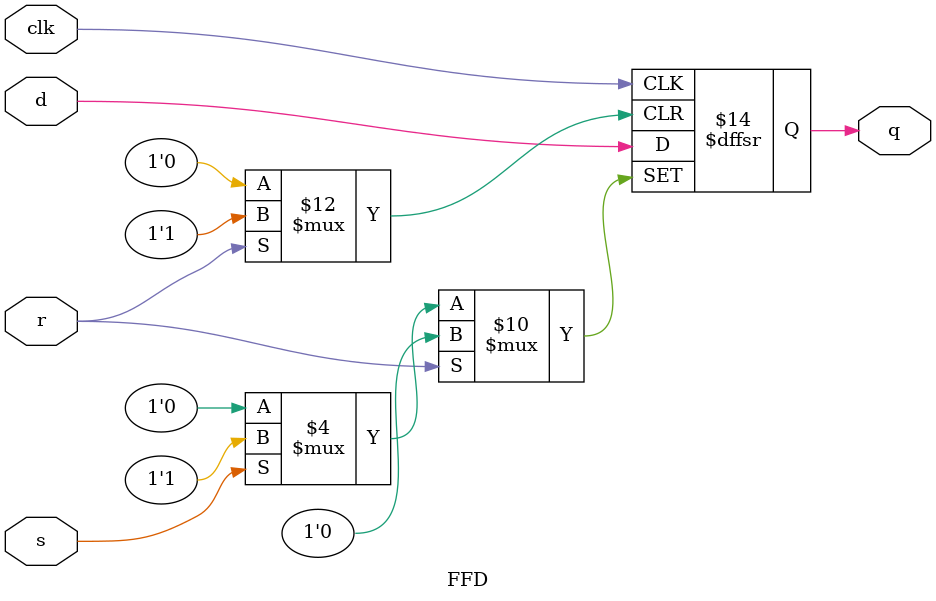
<source format=v>
`timescale 1ns / 1ps
module FFD(
    input d,
    output reg q,
    input s,
    input r,
    input clk
    );
	 
	    always @(posedge clk or posedge r or posedge s)
      if (r) begin
         q <= 1'b0;
		end else if (s) begin
		   q <= 1'b1;
      end else begin
         q <= d;
      end

endmodule

</source>
